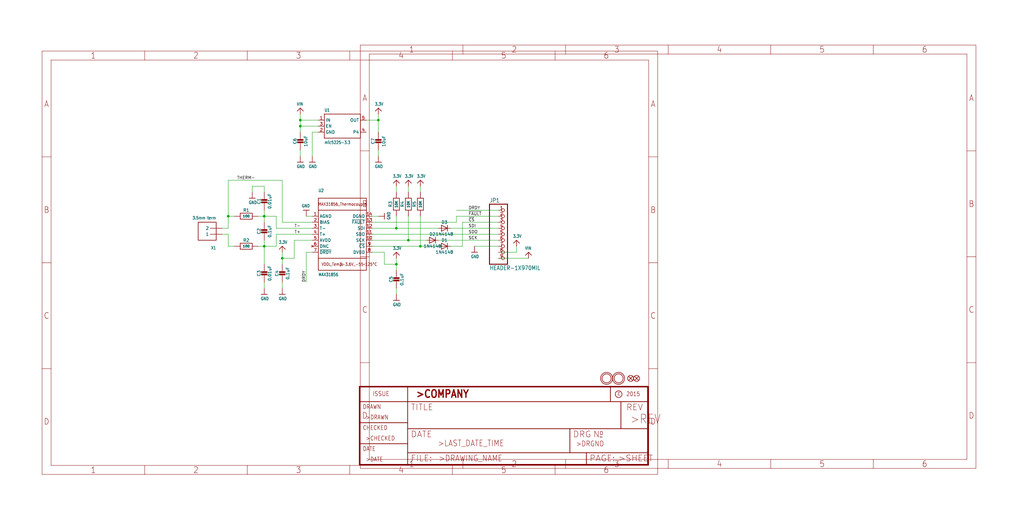
<source format=kicad_sch>
(kicad_sch (version 20211123) (generator eeschema)
  (paper "User" 433.07 220.421)
  (lib_symbols
    (symbol "schematicEagle-eagle-import:3.3V" (power)
      (property "Value" "3.3V" (at -1.524 1.016 0))
      (symbol "3.3V_1_0"
        (polyline (pts (xy -1.27 -1.27) (xy 0 0)) (stroke (width 0.254)))
        (polyline (pts (xy 0 0) (xy 1.27 -1.27)) (stroke (width 0.254)))
        (pin power_in line (at 0 -2.54 90) (length 2.54) (name "3.3V") (number "1"))
      )
    )
    (symbol "schematicEagle-eagle-import:CAP_CERAMIC0805-NOOUTLINE"
      (property "Reference" "C" (at -2.29 1.25 90))
      (property "Value" "CAP_CERAMIC0805-NOOUTLINE" (at 2.3 1.25 90))
      (symbol "CAP_CERAMIC0805-NOOUTLINE_1_0"
        (rectangle (start -1.27 0.508) (end 1.27 1.016) (fill (type outline)))
        (rectangle (start -1.27 1.524) (end 1.27 2.032) (fill (type outline)))
        (polyline (pts (xy 0 0.762) (xy 0 0)) (stroke (width 0.1524)))
        (polyline (pts (xy 0 2.54) (xy 0 1.778)) (stroke (width 0.1524)))
        (pin passive line (at 0 5.08 270) (length 2.54) (name "1") (number "1"))
        (pin passive line (at 0 -2.54 90) (length 2.54) (name "2") (number "2"))
      )
    )
    (symbol "schematicEagle-eagle-import:CAP_CERAMIC0805_10MGAP"
      (property "Reference" "C" (at -2.29 1.25 90))
      (property "Value" "CAP_CERAMIC0805_10MGAP" (at 2.3 1.25 90))
      (symbol "CAP_CERAMIC0805_10MGAP_1_0"
        (rectangle (start -1.27 0.508) (end 1.27 1.016) (fill (type outline)))
        (rectangle (start -1.27 1.524) (end 1.27 2.032) (fill (type outline)))
        (polyline (pts (xy 0 0.762) (xy 0 0)) (stroke (width 0.1524)))
        (polyline (pts (xy 0 2.54) (xy 0 1.778)) (stroke (width 0.1524)))
        (pin passive line (at 0 5.08 270) (length 2.54) (name "1") (number "1"))
        (pin passive line (at 0 -2.54 90) (length 2.54) (name "2") (number "2"))
      )
    )
    (symbol "schematicEagle-eagle-import:DIODESOD-323"
      (property "Reference" "D" (at 0 2.54 0))
      (property "Value" "DIODESOD-323" (at 0 -2.5 0))
      (symbol "DIODESOD-323_1_0"
        (polyline (pts (xy -1.27 -1.27) (xy 1.27 0)) (stroke (width 0.254)))
        (polyline (pts (xy -1.27 1.27) (xy -1.27 -1.27)) (stroke (width 0.254)))
        (polyline (pts (xy 1.27 0) (xy -1.27 1.27)) (stroke (width 0.254)))
        (polyline (pts (xy 1.27 0) (xy 1.27 -1.27)) (stroke (width 0.254)))
        (polyline (pts (xy 1.27 1.27) (xy 1.27 0)) (stroke (width 0.254)))
        (pin passive line (at -2.54 0 0) (length 2.54) (name "A") (number "A"))
        (pin passive line (at 2.54 0 180) (length 2.54) (name "C") (number "C"))
      )
    )
    (symbol "schematicEagle-eagle-import:FIDUCIAL{dblquote}{dblquote}"
      (symbol "FIDUCIAL{dblquote}{dblquote}_1_0"
        (polyline (pts (xy -0.762 0.762) (xy 0.762 -0.762)) (stroke (width 0.254)))
        (polyline (pts (xy 0.762 0.762) (xy -0.762 -0.762)) (stroke (width 0.254)))
        (circle (center 0 0) (radius 1.27) (stroke (width 0.254)))
      )
    )
    (symbol "schematicEagle-eagle-import:FRAME_A4"
      (symbol "FRAME_A4_0_0"
        (polyline (pts (xy 0 44.7675) (xy 3.81 44.7675)))
        (polyline (pts (xy 0 89.535) (xy 3.81 89.535)))
        (polyline (pts (xy 0 134.3025) (xy 3.81 134.3025)))
        (polyline (pts (xy 3.81 3.81) (xy 3.81 175.26)))
        (polyline (pts (xy 43.3917 0) (xy 43.3917 3.81)))
        (polyline (pts (xy 43.3917 175.26) (xy 43.3917 179.07)))
        (polyline (pts (xy 86.7833 0) (xy 86.7833 3.81)))
        (polyline (pts (xy 86.7833 175.26) (xy 86.7833 179.07)))
        (polyline (pts (xy 130.175 0) (xy 130.175 3.81)))
        (polyline (pts (xy 130.175 175.26) (xy 130.175 179.07)))
        (polyline (pts (xy 173.5667 0) (xy 173.5667 3.81)))
        (polyline (pts (xy 173.5667 175.26) (xy 173.5667 179.07)))
        (polyline (pts (xy 216.9583 0) (xy 216.9583 3.81)))
        (polyline (pts (xy 216.9583 175.26) (xy 216.9583 179.07)))
        (polyline (pts (xy 256.54 3.81) (xy 3.81 3.81)))
        (polyline (pts (xy 256.54 3.81) (xy 256.54 175.26)))
        (polyline (pts (xy 256.54 44.7675) (xy 260.35 44.7675)))
        (polyline (pts (xy 256.54 89.535) (xy 260.35 89.535)))
        (polyline (pts (xy 256.54 134.3025) (xy 260.35 134.3025)))
        (polyline (pts (xy 256.54 175.26) (xy 3.81 175.26)))
        (polyline (pts (xy 0 0) (xy 260.35 0) (xy 260.35 179.07) (xy 0 179.07) (xy 0 0)))
        (text "1" (at 21.6958 1.905 0) (effects (font (size 2.54 2.286))))
        (text "1" (at 21.6958 177.165 0) (effects (font (size 2.54 2.286))))
        (text "2" (at 65.0875 1.905 0) (effects (font (size 2.54 2.286))))
        (text "2" (at 65.0875 177.165 0) (effects (font (size 2.54 2.286))))
        (text "3" (at 108.4792 1.905 0) (effects (font (size 2.54 2.286))))
        (text "3" (at 108.4792 177.165 0) (effects (font (size 2.54 2.286))))
        (text "4" (at 151.8708 1.905 0) (effects (font (size 2.54 2.286))))
        (text "4" (at 151.8708 177.165 0) (effects (font (size 2.54 2.286))))
        (text "5" (at 195.2625 1.905 0) (effects (font (size 2.54 2.286))))
        (text "5" (at 195.2625 177.165 0) (effects (font (size 2.54 2.286))))
        (text "6" (at 238.6542 1.905 0) (effects (font (size 2.54 2.286))))
        (text "6" (at 238.6542 177.165 0) (effects (font (size 2.54 2.286))))
        (text "A" (at 1.905 156.6863 0) (effects (font (size 2.54 2.286))))
        (text "A" (at 258.445 156.6863 0) (effects (font (size 2.54 2.286))))
        (text "B" (at 1.905 111.9188 0) (effects (font (size 2.54 2.286))))
        (text "B" (at 258.445 111.9188 0) (effects (font (size 2.54 2.286))))
        (text "C" (at 1.905 67.1513 0) (effects (font (size 2.54 2.286))))
        (text "C" (at 258.445 67.1513 0) (effects (font (size 2.54 2.286))))
        (text "D" (at 1.905 22.3838 0) (effects (font (size 2.54 2.286))))
        (text "D" (at 258.445 22.3838 0) (effects (font (size 2.54 2.286))))
      )
      (symbol "FRAME_A4_1_0"
        (polyline (pts (xy 256.54 3.81) (xy 256.54 8.89)) (stroke (width 0.1016)))
        (polyline (pts (xy 256.54 8.89) (xy 256.54 13.97)) (stroke (width 0.1016)))
        (polyline (pts (xy 256.54 13.97) (xy 256.54 19.05)) (stroke (width 0.1016)))
        (polyline (pts (xy 256.54 19.05) (xy 256.54 36.83)) (stroke (width 0.1016)))
      )
      (symbol "FRAME_A4_2_0"
        (polyline (pts (xy -0.3048 1.5748) (xy 20.0152 1.5748)) (stroke (width 0.6096)))
        (polyline (pts (xy -0.3048 10.4648) (xy -0.3048 1.5748)) (stroke (width 0.6096)))
        (polyline (pts (xy -0.3048 10.4648) (xy 20.0152 10.4648)) (stroke (width 0.3048)))
        (polyline (pts (xy -0.3048 19.3548) (xy -0.3048 10.4648)) (stroke (width 0.6096)))
        (polyline (pts (xy -0.3048 19.3548) (xy 20.0152 19.3548)) (stroke (width 0.3048)))
        (polyline (pts (xy -0.3048 28.2448) (xy -0.3048 19.3548)) (stroke (width 0.6096)))
        (polyline (pts (xy -0.3048 28.2448) (xy 20.0152 28.2448)) (stroke (width 0.3048)))
        (polyline (pts (xy -0.3048 34.5948) (xy -0.3048 28.2448)) (stroke (width 0.6096)))
        (polyline (pts (xy 20.0152 1.5748) (xy 20.0152 6.6548)) (stroke (width 0.3048)))
        (polyline (pts (xy 20.0152 1.5748) (xy 95.5802 1.5748)) (stroke (width 0.6096)))
        (polyline (pts (xy 20.0152 6.6548) (xy 20.0152 10.4648)) (stroke (width 0.3048)))
        (polyline (pts (xy 20.0152 6.6548) (xy 88.5952 6.6548)) (stroke (width 0.3048)))
        (polyline (pts (xy 20.0152 10.4648) (xy 20.0152 16.8148)) (stroke (width 0.3048)))
        (polyline (pts (xy 20.0152 16.8148) (xy 20.0152 19.3548)) (stroke (width 0.3048)))
        (polyline (pts (xy 20.0152 19.3548) (xy 20.0152 28.2448)) (stroke (width 0.3048)))
        (polyline (pts (xy 20.0152 28.2448) (xy 20.0152 34.5948)) (stroke (width 0.3048)))
        (polyline (pts (xy 20.0152 28.2448) (xy 105.7402 28.2448)) (stroke (width 0.3048)))
        (polyline (pts (xy 20.0152 34.5948) (xy -0.3048 34.5948)) (stroke (width 0.6096)))
        (polyline (pts (xy 88.5952 6.6548) (xy 95.5802 6.6548)) (stroke (width 0.3048)))
        (polyline (pts (xy 88.5952 16.8148) (xy 20.0152 16.8148)) (stroke (width 0.3048)))
        (polyline (pts (xy 88.5952 16.8148) (xy 88.5952 6.6548)) (stroke (width 0.3048)))
        (polyline (pts (xy 95.5802 1.5748) (xy 121.6152 1.5748)) (stroke (width 0.6096)))
        (polyline (pts (xy 95.5802 6.6548) (xy 95.5802 1.5748)) (stroke (width 0.3048)))
        (polyline (pts (xy 95.5802 6.6548) (xy 121.6152 6.6548)) (stroke (width 0.3048)))
        (polyline (pts (xy 101.2952 13.3223) (xy 102.2477 13.3223)) (stroke (width 0.254)))
        (polyline (pts (xy 105.7402 28.2448) (xy 105.7402 34.5948)) (stroke (width 0.3048)))
        (polyline (pts (xy 105.7402 28.2448) (xy 110.1852 28.2448)) (stroke (width 0.3048)))
        (polyline (pts (xy 105.7402 34.5948) (xy 20.0152 34.5948)) (stroke (width 0.6096)))
        (polyline (pts (xy 110.1852 16.8148) (xy 88.5952 16.8148)) (stroke (width 0.3048)))
        (polyline (pts (xy 110.1852 28.2448) (xy 110.1852 16.8148)) (stroke (width 0.3048)))
        (polyline (pts (xy 110.1852 28.2448) (xy 121.6152 28.2448)) (stroke (width 0.3048)))
        (polyline (pts (xy 121.6152 6.6548) (xy 121.6152 1.5748)) (stroke (width 0.6096)))
        (polyline (pts (xy 121.6152 16.8148) (xy 110.1852 16.8148)) (stroke (width 0.3048)))
        (polyline (pts (xy 121.6152 16.8148) (xy 121.6152 6.6548)) (stroke (width 0.6096)))
        (polyline (pts (xy 121.6152 28.2448) (xy 121.6152 16.8148)) (stroke (width 0.6096)))
        (polyline (pts (xy 121.6152 34.5948) (xy 105.7402 34.5948)) (stroke (width 0.6096)))
        (polyline (pts (xy 121.6152 34.5948) (xy 121.6152 28.2448)) (stroke (width 0.6096)))
        (circle (center 109.2327 31.4198) (radius 1.4199) (stroke (width 0.254)))
        (text "2015" (at 112.4077 30.4673 0) (effects (font (size 1.778 1.5113)) (justify left bottom)))
        (text ">CHECKED" (at 2.2352 11.7348 0) (effects (font (size 1.778 1.5113)) (justify left bottom)))
        (text ">COMPANY" (at 23.349 29.6735 0) (effects (font (size 3.175 2.6987) (thickness 0.5397) bold) (justify left bottom)))
        (text ">DATE" (at 2.2352 2.8448 0) (effects (font (size 1.778 1.5113)) (justify left bottom)))
        (text ">DRAWING_NAME" (at 33.0327 2.8448 0) (effects (font (size 2.54 2.159)) (justify left bottom)))
        (text ">DRAWN" (at 2.2352 20.6248 0) (effects (font (size 1.778 1.5113)) (justify left bottom)))
        (text ">DRGNO" (at 91.1352 9.1948 0) (effects (font (size 2.1844 1.8567)) (justify left bottom)))
        (text ">LAST_DATE_TIME" (at 32.7152 9.1948 0) (effects (font (size 2.54 2.159)) (justify left bottom)))
        (text ">REV" (at 113.9952 18.7198 0) (effects (font (size 3.81 3.2385)) (justify left bottom)))
        (text ">SHEET" (at 108.9152 2.8448 0) (effects (font (size 2.54 2.54)) (justify left bottom)))
        (text "C" (at 108.7564 30.7848 0) (effects (font (size 1.27 1.0795)) (justify left bottom)))
        (text "CHECKED" (at 0.9652 16.1798 0) (effects (font (size 1.778 1.5113)) (justify left bottom)))
        (text "DATE" (at 0.9652 7.2898 0) (effects (font (size 1.778 1.5113)) (justify left bottom)))
        (text "DATE" (at 21.2852 13.0048 0) (effects (font (size 2.54 2.54)) (justify left bottom)))
        (text "DRAWN" (at 0.9652 25.0698 0) (effects (font (size 1.778 1.5113)) (justify left bottom)))
        (text "DRG" (at 89.8652 13.0048 0) (effects (font (size 2.54 2.54)) (justify left bottom)))
        (text "FILE:" (at 21.2852 2.8448 0) (effects (font (size 2.54 2.54)) (justify left bottom)))
        (text "ISSUE" (at 5.0927 30.4673 0) (effects (font (size 1.9304 1.6408)) (justify left bottom)))
        (text "N" (at 98.4377 13.0048 0) (effects (font (size 2.54 2.54)) (justify left bottom)))
        (text "o" (at 100.9777 13.9573 0) (effects (font (size 2.1844 1.8567)) (justify left bottom)))
        (text "PAGE:" (at 96.8502 2.8448 0) (effects (font (size 2.54 2.54)) (justify left bottom)))
        (text "REV" (at 112.4077 24.4348 0) (effects (font (size 2.54 2.54)) (justify left bottom)))
        (text "TITLE" (at 21.2852 24.4348 0) (effects (font (size 2.54 2.54)) (justify left bottom)))
      )
    )
    (symbol "schematicEagle-eagle-import:GND" (power)
      (property "Value" "GND" (at -1.524 -2.54 0))
      (symbol "GND_1_0"
        (polyline (pts (xy -1.27 0) (xy 1.27 0)) (stroke (width 0.254)))
        (pin power_in line (at 0 2.54 270) (length 2.54) (name "GND") (number "1"))
      )
    )
    (symbol "schematicEagle-eagle-import:HEADER-1X970MIL"
      (property "Reference" "JP" (at -6.35 13.335 0))
      (property "Value" "HEADER-1X970MIL" (at -6.35 -15.24 0))
      (symbol "HEADER-1X970MIL_1_0"
        (polyline (pts (xy -6.35 -12.7) (xy 1.27 -12.7)) (stroke (width 0.4064)))
        (polyline (pts (xy -6.35 12.7) (xy -6.35 -12.7)) (stroke (width 0.4064)))
        (polyline (pts (xy 1.27 -12.7) (xy 1.27 12.7)) (stroke (width 0.4064)))
        (polyline (pts (xy 1.27 12.7) (xy -6.35 12.7)) (stroke (width 0.4064)))
        (pin passive inverted (at -2.54 10.16 0) (length 2.54) (name "1") (number "1"))
        (pin passive inverted (at -2.54 7.62 0) (length 2.54) (name "2") (number "2"))
        (pin passive inverted (at -2.54 5.08 0) (length 2.54) (name "3") (number "3"))
        (pin passive inverted (at -2.54 2.54 0) (length 2.54) (name "4") (number "4"))
        (pin passive inverted (at -2.54 0 0) (length 2.54) (name "5") (number "5"))
        (pin passive inverted (at -2.54 -2.54 0) (length 2.54) (name "6") (number "6"))
        (pin passive inverted (at -2.54 -5.08 0) (length 2.54) (name "7") (number "7"))
        (pin passive inverted (at -2.54 -7.62 0) (length 2.54) (name "8") (number "8"))
        (pin passive inverted (at -2.54 -10.16 0) (length 2.54) (name "9") (number "9"))
      )
    )
    (symbol "schematicEagle-eagle-import:MAX31856"
      (property "Value" "MAX31856" (at -10.16 -17.78 0))
      (symbol "MAX31856_1_0"
        (polyline (pts (xy -10.16 -15.24) (xy 10.16 -15.24)) (stroke (width 0.254)))
        (polyline (pts (xy -10.16 -10.16) (xy -10.16 -15.24)) (stroke (width 0.254)))
        (polyline (pts (xy -10.16 -10.16) (xy -10.16 10.16)) (stroke (width 0.254)))
        (polyline (pts (xy -10.16 10.16) (xy -10.16 15.24)) (stroke (width 0.254)))
        (polyline (pts (xy -10.16 10.16) (xy 10.16 10.16)) (stroke (width 0.254)))
        (polyline (pts (xy -10.16 15.24) (xy 10.16 15.24)) (stroke (width 0.254)))
        (polyline (pts (xy 10.16 -15.24) (xy 10.16 -10.16)) (stroke (width 0.254)))
        (polyline (pts (xy 10.16 -10.16) (xy -10.16 -10.16)) (stroke (width 0.254)))
        (polyline (pts (xy 10.16 10.16) (xy 10.16 -10.16)) (stroke (width 0.254)))
        (polyline (pts (xy 10.16 15.24) (xy 10.16 10.16)) (stroke (width 0.254)))
        (text "3-3.6V_-55~125°C" (at -1.27 -12.7 0) (effects (font (size 1.27 1.0795)) (justify left)))
        (text "MAX31856_Thermocouple" (at 0 12.7 0) (effects (font (size 1.27 1.0795))))
        (text "VDD:_Temp:" (at -8.89 -12.7 0) (effects (font (size 1.27 1.0795)) (justify left)))
        (pin power_in line (at -12.7 7.62 0) (length 2.54) (name "AGND") (number "1"))
        (pin input line (at 12.7 -2.54 180) (length 2.54) (name "SCK") (number "10"))
        (pin output line (at 12.7 0 180) (length 2.54) (name "SDO") (number "11"))
        (pin input line (at 12.7 2.54 180) (length 2.54) (name "SDI") (number "12"))
        (pin output line (at 12.7 5.08 180) (length 2.54) (name "~{FAULT}") (number "13"))
        (pin power_in line (at 12.7 7.62 180) (length 2.54) (name "DGND") (number "14"))
        (pin power_in line (at -12.7 5.08 0) (length 2.54) (name "BIAS") (number "2"))
        (pin input line (at -12.7 2.54 0) (length 2.54) (name "T-") (number "3"))
        (pin input line (at -12.7 0 0) (length 2.54) (name "T+") (number "4"))
        (pin power_in line (at -12.7 -2.54 0) (length 2.54) (name "AVDD") (number "5"))
        (pin no_connect line (at -12.7 -5.08 0) (length 2.54) (name "DNC") (number "6"))
        (pin output line (at -12.7 -7.62 0) (length 2.54) (name "~{DRDY}") (number "7"))
        (pin power_in line (at 12.7 -7.62 180) (length 2.54) (name "DVDD") (number "8"))
        (pin input line (at 12.7 -5.08 180) (length 2.54) (name "~{CS}") (number "9"))
      )
    )
    (symbol "schematicEagle-eagle-import:MOUNTINGHOLE2.5"
      (symbol "MOUNTINGHOLE2.5_1_0"
        (circle (center 0 0) (radius 1.905) (stroke (width 0.254)))
        (circle (center 0 0) (radius 2.54) (stroke (width 0.254)))
      )
    )
    (symbol "schematicEagle-eagle-import:RESISTOR0805_NOOUTLINE"
      (property "Reference" "R" (at 0 2.54 0))
      (property "Value" "RESISTOR0805_NOOUTLINE" (at 0 0 0))
      (symbol "RESISTOR0805_NOOUTLINE_1_0"
        (polyline (pts (xy -2.54 -1.27) (xy -2.54 1.27)) (stroke (width 0.254)))
        (polyline (pts (xy -2.54 1.27) (xy 2.54 1.27)) (stroke (width 0.254)))
        (polyline (pts (xy 2.54 -1.27) (xy -2.54 -1.27)) (stroke (width 0.254)))
        (polyline (pts (xy 2.54 1.27) (xy 2.54 -1.27)) (stroke (width 0.254)))
        (pin passive line (at -5.08 0 0) (length 2.54) (name "1") (number "1"))
        (pin passive line (at 5.08 0 180) (length 2.54) (name "2") (number "2"))
      )
    )
    (symbol "schematicEagle-eagle-import:TERMBLOCK_1X2"
      (property "Reference" "X" (at -2.54 7.62 0))
      (property "Value" "TERMBLOCK_1X2" (at -2.54 -5.08 0))
      (symbol "TERMBLOCK_1X2_1_0"
        (polyline (pts (xy -2.54 -2.54) (xy 5.08 -2.54)) (stroke (width 0.254)))
        (polyline (pts (xy -2.54 5.08) (xy -2.54 -2.54)) (stroke (width 0.254)))
        (polyline (pts (xy 5.08 -2.54) (xy 5.08 5.08)) (stroke (width 0.254)))
        (polyline (pts (xy 5.08 5.08) (xy -2.54 5.08)) (stroke (width 0.254)))
        (pin passive line (at -5.08 2.54 0) (length 5.08) (name "1") (number "1"))
        (pin passive line (at -5.08 0 0) (length 5.08) (name "2") (number "2"))
      )
    )
    (symbol "schematicEagle-eagle-import:VIN" (power)
      (property "Value" "VIN" (at -1.524 1.016 0))
      (symbol "VIN_1_0"
        (polyline (pts (xy -1.27 -1.27) (xy 0 0)) (stroke (width 0.254)))
        (polyline (pts (xy 0 0) (xy 1.27 -1.27)) (stroke (width 0.254)))
        (pin power_in line (at 0 -2.54 90) (length 2.54) (name "VIN") (number "1"))
      )
    )
    (symbol "schematicEagle-eagle-import:VREG_SOT23-5"
      (property "Reference" "U" (at -7.62 6.096 0))
      (property "Value" "VREG_SOT23-5" (at -7.62 -7.62 0))
      (symbol "VREG_SOT23-5_1_0"
        (polyline (pts (xy -7.62 -5.08) (xy -7.62 5.08)) (stroke (width 0.254)))
        (polyline (pts (xy -7.62 5.08) (xy 7.62 5.08)) (stroke (width 0.254)))
        (polyline (pts (xy 7.62 -5.08) (xy -7.62 -5.08)) (stroke (width 0.254)))
        (polyline (pts (xy 7.62 5.08) (xy 7.62 -5.08)) (stroke (width 0.254)))
        (pin power_in line (at -10.16 2.54 0) (length 2.54) (name "IN") (number "1"))
        (pin power_in line (at -10.16 -2.54 0) (length 2.54) (name "GND") (number "2"))
        (pin input line (at -10.16 0 0) (length 2.54) (name "EN") (number "3"))
        (pin bidirectional line (at 10.16 -2.54 180) (length 2.54) (name "P4") (number "4"))
        (pin power_in line (at 10.16 2.54 180) (length 2.54) (name "OUT") (number "5"))
      )
    )
  )
  (junction (at 172.72 101.6))
  (junction (at 167.64 111.76))
  (junction (at 160.02 50.8))
  (junction (at 167.64 96.52))
  (junction (at 111.76 91.44))
  (junction (at 127 53.34))
  (junction (at 127 50.8))
  (junction (at 111.76 104.14))
  (junction (at 177.8 104.14))
  (junction (at 96.52 91.44))
  (junction (at 119.38 109.22))
  (wire (pts (xy 132.08 55.88) (xy 132.08 66.04)))
  (wire (pts (xy 111.76 119.38) (xy 111.76 121.92)))
  (wire (pts (xy 111.76 104.14) (xy 111.76 101.6)))
  (wire (pts (xy 190.5 104.14) (xy 195.58 104.14)))
  (wire (pts (xy 177.8 81.28) (xy 177.8 78.74)))
  (wire (pts (xy 195.58 93.98) (xy 210.82 93.98)))
  (wire (pts (xy 195.58 104.14) (xy 195.58 93.98)))
  (wire (pts (xy 210.82 109.22) (xy 223.52 109.22)))
  (wire (pts (xy 157.48 106.68) (xy 162.56 106.68)))
  (wire (pts (xy 116.84 99.06) (xy 132.08 99.06)))
  (wire (pts (xy 157.48 104.14) (xy 177.8 104.14)))
  (wire (pts (xy 172.72 81.28) (xy 172.72 78.74)))
  (wire (pts (xy 210.82 106.68) (xy 218.44 106.68)))
  (wire (pts (xy 162.56 106.68) (xy 162.56 111.76)))
  (wire (pts (xy 93.98 96.52) (xy 96.52 96.52)))
  (wire (pts (xy 124.46 101.6) (xy 124.46 109.22)))
  (wire (pts (xy 172.72 101.6) (xy 180.34 101.6)))
  (wire (pts (xy 109.22 104.14) (xy 111.76 104.14)))
  (wire (pts (xy 132.08 96.52) (xy 116.84 96.52)))
  (wire (pts (xy 177.8 104.14) (xy 185.42 104.14)))
  (wire (pts (xy 157.48 93.98) (xy 193.04 93.98)))
  (wire (pts (xy 162.56 111.76) (xy 167.64 111.76)))
  (wire (pts (xy 167.64 96.52) (xy 185.42 96.52)))
  (wire (pts (xy 134.62 55.88) (xy 132.08 55.88)))
  (wire (pts (xy 119.38 93.98) (xy 119.38 76.2)))
  (wire (pts (xy 154.94 50.8) (xy 160.02 50.8)))
  (wire (pts (xy 132.08 101.6) (xy 124.46 101.6)))
  (wire (pts (xy 116.84 104.14) (xy 116.84 99.06)))
  (wire (pts (xy 218.44 106.68) (xy 218.44 104.14)))
  (wire (pts (xy 129.54 106.68) (xy 129.54 119.38)))
  (wire (pts (xy 127 53.34) (xy 127 55.88)))
  (wire (pts (xy 127 50.8) (xy 127 48.26)))
  (wire (pts (xy 160.02 63.5) (xy 160.02 66.04)))
  (wire (pts (xy 193.04 93.98) (xy 193.04 91.44)))
  (wire (pts (xy 116.84 96.52) (xy 116.84 91.44)))
  (wire (pts (xy 96.52 96.52) (xy 96.52 91.44)))
  (wire (pts (xy 106.68 78.74) (xy 111.76 78.74)))
  (wire (pts (xy 111.76 78.74) (xy 111.76 81.28)))
  (wire (pts (xy 157.48 96.52) (xy 167.64 96.52)))
  (wire (pts (xy 167.64 121.92) (xy 167.64 124.46)))
  (wire (pts (xy 167.64 96.52) (xy 167.64 91.44)))
  (wire (pts (xy 185.42 101.6) (xy 210.82 101.6)))
  (wire (pts (xy 119.38 109.22) (xy 119.38 111.76)))
  (wire (pts (xy 93.98 99.06) (xy 96.52 99.06)))
  (wire (pts (xy 111.76 104.14) (xy 111.76 111.76)))
  (wire (pts (xy 111.76 91.44) (xy 111.76 93.98)))
  (wire (pts (xy 119.38 109.22) (xy 119.38 106.68)))
  (wire (pts (xy 210.82 104.14) (xy 200.66 104.14)))
  (wire (pts (xy 119.38 119.38) (xy 119.38 121.92)))
  (wire (pts (xy 134.62 53.34) (xy 127 53.34)))
  (wire (pts (xy 119.38 76.2) (xy 96.52 76.2)))
  (wire (pts (xy 106.68 81.28) (xy 106.68 78.74)))
  (wire (pts (xy 210.82 88.9) (xy 193.04 88.9)))
  (wire (pts (xy 157.48 99.06) (xy 210.82 99.06)))
  (wire (pts (xy 111.76 91.44) (xy 111.76 88.9)))
  (wire (pts (xy 96.52 99.06) (xy 96.52 104.14)))
  (wire (pts (xy 96.52 91.44) (xy 99.06 91.44)))
  (wire (pts (xy 160.02 50.8) (xy 160.02 48.26)))
  (wire (pts (xy 116.84 91.44) (xy 111.76 91.44)))
  (wire (pts (xy 127 53.34) (xy 127 50.8)))
  (wire (pts (xy 132.08 106.68) (xy 129.54 106.68)))
  (wire (pts (xy 160.02 50.8) (xy 160.02 55.88)))
  (wire (pts (xy 172.72 91.44) (xy 172.72 101.6)))
  (wire (pts (xy 96.52 104.14) (xy 99.06 104.14)))
  (wire (pts (xy 132.08 93.98) (xy 119.38 93.98)))
  (wire (pts (xy 157.48 101.6) (xy 172.72 101.6)))
  (wire (pts (xy 124.46 109.22) (xy 119.38 109.22)))
  (wire (pts (xy 193.04 91.44) (xy 210.82 91.44)))
  (wire (pts (xy 134.62 50.8) (xy 127 50.8)))
  (wire (pts (xy 157.48 91.44) (xy 160.02 91.44)))
  (wire (pts (xy 96.52 76.2) (xy 96.52 91.44)))
  (wire (pts (xy 167.64 114.3) (xy 167.64 111.76)))
  (wire (pts (xy 132.08 91.44) (xy 129.54 91.44)))
  (wire (pts (xy 109.22 91.44) (xy 111.76 91.44)))
  (wire (pts (xy 111.76 104.14) (xy 116.84 104.14)))
  (wire (pts (xy 177.8 91.44) (xy 177.8 104.14)))
  (wire (pts (xy 167.64 111.76) (xy 167.64 109.22)))
  (wire (pts (xy 167.64 81.28) (xy 167.64 78.74)))
  (wire (pts (xy 127 63.5) (xy 127 66.04)))
  (wire (pts (xy 190.5 96.52) (xy 210.82 96.52)))
  (label "THERM-" (at 107.95 76.2 180) (effects (font (size 1.2446 1.2446))))
  (label "~{CS}" (at 198.12 93.98 0) (effects (font (size 1.2446 1.2446))))
  (label "~{FAULT}" (at 198.12 91.44 0) (effects (font (size 1.2446 1.2446))))
  (label "DRDY" (at 129.54 119.38 90) (effects (font (size 1.2446 1.2446))))
  (label "SCK" (at 198.12 101.6 0) (effects (font (size 1.2446 1.2446))))
  (label "SDO" (at 198.12 99.06 0) (effects (font (size 1.2446 1.2446))))
  (label "SDI" (at 198.12 96.52 0) (effects (font (size 1.2446 1.2446))))
  (label "DRDY" (at 198.12 88.9 0) (effects (font (size 1.2446 1.2446))))
  (label "T-" (at 124.46 96.52 0) (effects (font (size 1.2446 1.2446))))
  (label "T+" (at 124.46 99.06 0) (effects (font (size 1.2446 1.2446))))
  (symbol (lib_id "schematicEagle-eagle-import:RESISTOR0805_NOOUTLINE") (at 177.8 86.36 90) (unit 1)
    (property "Reference" "R5" (at 175.26 86.36 0))
    (property "Value" "10K" (at 177.8 86.36 0) (effects (font (size 1.016 1.016) bold)))
    (property "Footprint" "schematicEagle:0805-NO" (effects hide))
  )
  (symbol (lib_id "schematicEagle-eagle-import:RESISTOR0805_NOOUTLINE") (at 104.14 91.44 0) (unit 1)
    (property "Reference" "R1" (at 104.14 88.9 0))
    (property "Value" "100" (at 104.14 91.44 0) (effects (font (size 1.016 1.016) bold)))
    (property "Footprint" "schematicEagle:0805-NO" (effects hide))
  )
  (symbol (lib_id "schematicEagle-eagle-import:3.3V") (at 172.72 76.2 0) (unit 1)
    (property "Reference" "#U$11" (effects hide))
    (property "Value" "3.3V" (at 171.196 75.184 0) (effects (font (size 1.27 1.0795)) (justify left bottom)))
    (property "Footprint" "schematicEagle:" (effects hide))
  )
  (symbol (lib_id "schematicEagle-eagle-import:CAP_CERAMIC0805-NOOUTLINE") (at 127 60.96 0) (unit 1)
    (property "Reference" "C6" (at 124.71 59.71 90))
    (property "Value" "10uF" (at 129.3 59.71 90))
    (property "Footprint" "schematicEagle:0805-NO" (effects hide))
  )
  (symbol (lib_id "schematicEagle-eagle-import:3.3V") (at 177.8 76.2 0) (unit 1)
    (property "Reference" "#U$12" (effects hide))
    (property "Value" "3.3V" (at 176.276 75.184 0) (effects (font (size 1.27 1.0795)) (justify left bottom)))
    (property "Footprint" "schematicEagle:" (effects hide))
  )
  (symbol (lib_id "schematicEagle-eagle-import:FRAME_A4") (at 152.4 198.12 0) (unit 2)
    (property "Reference" "#FRAME1" (effects hide))
    (property "Value" "FRAME_A4" (effects hide))
    (property "Footprint" "schematicEagle:" (effects hide))
  )
  (symbol (lib_id "schematicEagle-eagle-import:VREG_SOT23-5") (at 144.78 53.34 0) (unit 1)
    (property "Reference" "U1" (at 137.16 47.244 0) (effects (font (size 1.27 1.0795)) (justify left bottom)))
    (property "Value" "mic5225-3.3" (at 137.16 60.96 0) (effects (font (size 1.27 1.0795)) (justify left bottom)))
    (property "Footprint" "schematicEagle:SOT23-5" (effects hide))
  )
  (symbol (lib_id "schematicEagle-eagle-import:GND") (at 111.76 124.46 0) (unit 1)
    (property "Reference" "#U$3" (effects hide))
    (property "Value" "GND" (at 110.236 127 0) (effects (font (size 1.27 1.0795)) (justify left bottom)))
    (property "Footprint" "schematicEagle:" (effects hide))
  )
  (symbol (lib_id "schematicEagle-eagle-import:CAP_CERAMIC0805-NOOUTLINE") (at 160.02 60.96 0) (unit 1)
    (property "Reference" "C7" (at 157.73 59.71 90))
    (property "Value" "10uF" (at 162.32 59.71 90))
    (property "Footprint" "schematicEagle:0805-NO" (effects hide))
  )
  (symbol (lib_id "schematicEagle-eagle-import:GND") (at 119.38 124.46 0) (unit 1)
    (property "Reference" "#U$5" (effects hide))
    (property "Value" "GND" (at 117.856 127 0) (effects (font (size 1.27 1.0795)) (justify left bottom)))
    (property "Footprint" "schematicEagle:" (effects hide))
  )
  (symbol (lib_id "schematicEagle-eagle-import:DIODESOD-323") (at 187.96 96.52 0) (unit 1)
    (property "Reference" "D3" (at 187.96 93.98 0))
    (property "Value" "1N4148" (at 187.96 99.02 0))
    (property "Footprint" "schematicEagle:SOD-323" (effects hide))
  )
  (symbol (lib_id "schematicEagle-eagle-import:GND") (at 167.64 127 0) (unit 1)
    (property "Reference" "#U$6" (effects hide))
    (property "Value" "GND" (at 166.116 129.54 0) (effects (font (size 1.27 1.0795)) (justify left bottom)))
    (property "Footprint" "schematicEagle:" (effects hide))
  )
  (symbol (lib_id "schematicEagle-eagle-import:CAP_CERAMIC0805-NOOUTLINE") (at 167.64 119.38 0) (unit 1)
    (property "Reference" "C5" (at 165.35 118.13 90))
    (property "Value" "0.1uF" (at 169.94 118.13 90))
    (property "Footprint" "schematicEagle:0805-NO" (effects hide))
  )
  (symbol (lib_id "schematicEagle-eagle-import:FIDUCIAL{dblquote}{dblquote}") (at 266.7 160.02 0) (unit 1)
    (property "Reference" "FID2" (effects hide))
    (property "Value" "FIDUCIAL{dblquote}{dblquote}" (effects hide))
    (property "Footprint" "schematicEagle:FIDUCIAL_1MM" (effects hide))
  )
  (symbol (lib_id "schematicEagle-eagle-import:3.3V") (at 160.02 45.72 0) (unit 1)
    (property "Reference" "#U$19" (effects hide))
    (property "Value" "3.3V" (at 158.496 44.704 0) (effects (font (size 1.27 1.0795)) (justify left bottom)))
    (property "Footprint" "schematicEagle:" (effects hide))
  )
  (symbol (lib_id "schematicEagle-eagle-import:GND") (at 127 68.58 0) (unit 1)
    (property "Reference" "#U$16" (effects hide))
    (property "Value" "GND" (at 125.476 71.12 0) (effects (font (size 1.27 1.0795)) (justify left bottom)))
    (property "Footprint" "schematicEagle:" (effects hide))
  )
  (symbol (lib_id "schematicEagle-eagle-import:FRAME_A4") (at 17.78 200.66 0) (unit 1)
    (property "Reference" "#FRAME1" (effects hide))
    (property "Value" "FRAME_A4" (effects hide))
    (property "Footprint" "schematicEagle:" (effects hide))
  )
  (symbol (lib_id "schematicEagle-eagle-import:3.3V") (at 167.64 76.2 0) (unit 1)
    (property "Reference" "#U$10" (effects hide))
    (property "Value" "3.3V" (at 166.116 75.184 0) (effects (font (size 1.27 1.0795)) (justify left bottom)))
    (property "Footprint" "schematicEagle:" (effects hide))
  )
  (symbol (lib_id "schematicEagle-eagle-import:HEADER-1X970MIL") (at 213.36 99.06 0) (unit 1)
    (property "Reference" "JP1" (at 207.01 85.725 0) (effects (font (size 1.778 1.5113)) (justify left bottom)))
    (property "Value" "HEADER-1X970MIL" (at 207.01 114.3 0) (effects (font (size 1.778 1.5113)) (justify left bottom)))
    (property "Footprint" "schematicEagle:1X09_ROUND_70" (effects hide))
  )
  (symbol (lib_id "schematicEagle-eagle-import:TERMBLOCK_1X2") (at 88.9 96.52 180) (unit 1)
    (property "Reference" "X1" (at 91.44 104.14 0) (effects (font (size 1.27 1.0795)) (justify left bottom)))
    (property "Value" "3.5mm term" (at 91.44 91.44 0) (effects (font (size 1.27 1.0795)) (justify left bottom)))
    (property "Footprint" "schematicEagle:TERMBLOCK_1X2-3.5MM" (effects hide))
  )
  (symbol (lib_id "schematicEagle-eagle-import:GND") (at 132.08 68.58 0) (unit 1)
    (property "Reference" "#U$18" (effects hide))
    (property "Value" "GND" (at 130.556 71.12 0) (effects (font (size 1.27 1.0795)) (justify left bottom)))
    (property "Footprint" "schematicEagle:" (effects hide))
  )
  (symbol (lib_id "schematicEagle-eagle-import:GND") (at 200.66 106.68 0) (unit 1)
    (property "Reference" "#U$20" (effects hide))
    (property "Value" "GND" (at 199.136 109.22 0) (effects (font (size 1.27 1.0795)) (justify left bottom)))
    (property "Footprint" "schematicEagle:" (effects hide))
  )
  (symbol (lib_id "schematicEagle-eagle-import:GND") (at 160.02 68.58 0) (unit 1)
    (property "Reference" "#U$17" (effects hide))
    (property "Value" "GND" (at 158.496 71.12 0) (effects (font (size 1.27 1.0795)) (justify left bottom)))
    (property "Footprint" "schematicEagle:" (effects hide))
  )
  (symbol (lib_id "schematicEagle-eagle-import:MOUNTINGHOLE2.5") (at 261.62 160.02 0) (unit 1)
    (property "Reference" "U$13" (effects hide))
    (property "Value" "MOUNTINGHOLE2.5" (effects hide))
    (property "Footprint" "schematicEagle:MOUNTINGHOLE_2.5_PLATED" (effects hide))
  )
  (symbol (lib_id "schematicEagle-eagle-import:RESISTOR0805_NOOUTLINE") (at 172.72 86.36 90) (unit 1)
    (property "Reference" "R4" (at 170.18 86.36 0))
    (property "Value" "10K" (at 172.72 86.36 0) (effects (font (size 1.016 1.016) bold)))
    (property "Footprint" "schematicEagle:0805-NO" (effects hide))
  )
  (symbol (lib_id "schematicEagle-eagle-import:RESISTOR0805_NOOUTLINE") (at 104.14 104.14 0) (unit 1)
    (property "Reference" "R2" (at 104.14 101.6 0))
    (property "Value" "100" (at 104.14 104.14 0) (effects (font (size 1.016 1.016) bold)))
    (property "Footprint" "schematicEagle:0805-NO" (effects hide))
  )
  (symbol (lib_id "schematicEagle-eagle-import:GND") (at 106.68 83.82 0) (unit 1)
    (property "Reference" "#U$2" (effects hide))
    (property "Value" "GND" (at 105.156 86.36 0) (effects (font (size 1.27 1.0795)) (justify left bottom)))
    (property "Footprint" "schematicEagle:" (effects hide))
  )
  (symbol (lib_id "schematicEagle-eagle-import:3.3V") (at 119.38 104.14 0) (unit 1)
    (property "Reference" "#U$4" (effects hide))
    (property "Value" "3.3V" (at 117.856 103.124 0) (effects (font (size 1.27 1.0795)) (justify left bottom)))
    (property "Footprint" "schematicEagle:" (effects hide))
  )
  (symbol (lib_id "schematicEagle-eagle-import:CAP_CERAMIC0805-NOOUTLINE") (at 111.76 99.06 0) (unit 1)
    (property "Reference" "C2" (at 109.47 97.81 90))
    (property "Value" "0.1uF" (at 114.06 97.81 90))
    (property "Footprint" "schematicEagle:0805-NO" (effects hide))
  )
  (symbol (lib_id "schematicEagle-eagle-import:DIODESOD-323") (at 187.96 104.14 0) (unit 1)
    (property "Reference" "D1" (at 187.96 101.6 0))
    (property "Value" "1N4148" (at 187.96 106.64 0))
    (property "Footprint" "schematicEagle:SOD-323" (effects hide))
  )
  (symbol (lib_id "schematicEagle-eagle-import:VIN") (at 127 45.72 0) (unit 1)
    (property "Reference" "#U$15" (effects hide))
    (property "Value" "VIN" (at 125.476 44.704 0) (effects (font (size 1.27 1.0795)) (justify left bottom)))
    (property "Footprint" "schematicEagle:" (effects hide))
  )
  (symbol (lib_id "schematicEagle-eagle-import:RESISTOR0805_NOOUTLINE") (at 167.64 86.36 90) (unit 1)
    (property "Reference" "R3" (at 165.1 86.36 0))
    (property "Value" "10K" (at 167.64 86.36 0) (effects (font (size 1.016 1.016) bold)))
    (property "Footprint" "schematicEagle:0805-NO" (effects hide))
  )
  (symbol (lib_id "schematicEagle-eagle-import:CAP_CERAMIC0805-NOOUTLINE") (at 119.38 116.84 0) (unit 1)
    (property "Reference" "C4" (at 117.09 115.59 90))
    (property "Value" "0.1uF" (at 121.68 115.59 90))
    (property "Footprint" "schematicEagle:0805-NO" (effects hide))
  )
  (symbol (lib_id "schematicEagle-eagle-import:GND") (at 129.54 88.9 180) (unit 1)
    (property "Reference" "#U$8" (effects hide))
    (property "Value" "GND" (at 131.064 86.36 0) (effects (font (size 1.27 1.0795)) (justify left bottom)))
    (property "Footprint" "schematicEagle:" (effects hide))
  )
  (symbol (lib_id "schematicEagle-eagle-import:GND") (at 162.56 91.44 90) (unit 1)
    (property "Reference" "#U$9" (effects hide))
    (property "Value" "GND" (at 165.1 92.964 0) (effects (font (size 1.27 1.0795)) (justify left bottom)))
    (property "Footprint" "schematicEagle:" (effects hide))
  )
  (symbol (lib_id "schematicEagle-eagle-import:VIN") (at 223.52 106.68 0) (unit 1)
    (property "Reference" "#U$22" (effects hide))
    (property "Value" "VIN" (at 221.996 105.664 0) (effects (font (size 1.27 1.0795)) (justify left bottom)))
    (property "Footprint" "schematicEagle:" (effects hide))
  )
  (symbol (lib_id "schematicEagle-eagle-import:MOUNTINGHOLE2.5") (at 256.54 160.02 0) (unit 1)
    (property "Reference" "U$14" (effects hide))
    (property "Value" "MOUNTINGHOLE2.5" (effects hide))
    (property "Footprint" "schematicEagle:MOUNTINGHOLE_2.5_PLATED" (effects hide))
  )
  (symbol (lib_id "schematicEagle-eagle-import:3.3V") (at 218.44 101.6 0) (unit 1)
    (property "Reference" "#U$21" (effects hide))
    (property "Value" "3.3V" (at 216.916 100.584 0) (effects (font (size 1.27 1.0795)) (justify left bottom)))
    (property "Footprint" "schematicEagle:" (effects hide))
  )
  (symbol (lib_id "schematicEagle-eagle-import:FIDUCIAL{dblquote}{dblquote}") (at 269.24 160.02 0) (unit 1)
    (property "Reference" "FID1" (effects hide))
    (property "Value" "FIDUCIAL{dblquote}{dblquote}" (effects hide))
    (property "Footprint" "schematicEagle:FIDUCIAL_1MM" (effects hide))
  )
  (symbol (lib_id "schematicEagle-eagle-import:DIODESOD-323") (at 182.88 101.6 0) (unit 1)
    (property "Reference" "D2" (at 182.88 99.06 0))
    (property "Value" "1N4148" (at 182.88 104.1 0))
    (property "Footprint" "schematicEagle:SOD-323" (effects hide))
  )
  (symbol (lib_id "schematicEagle-eagle-import:3.3V") (at 167.64 106.68 0) (unit 1)
    (property "Reference" "#U$7" (effects hide))
    (property "Value" "3.3V" (at 166.116 105.664 0) (effects (font (size 1.27 1.0795)) (justify left bottom)))
    (property "Footprint" "schematicEagle:" (effects hide))
  )
  (symbol (lib_id "schematicEagle-eagle-import:MAX31856") (at 144.78 99.06 0) (unit 1)
    (property "Reference" "U2" (at 134.62 81.28 0) (effects (font (size 1.27 1.0795)) (justify left bottom)))
    (property "Value" "MAX31856" (at 134.62 116.84 0) (effects (font (size 1.27 1.0795)) (justify left bottom)))
    (property "Footprint" "schematicEagle:TSSOP14" (effects hide))
  )
  (symbol (lib_id "schematicEagle-eagle-import:CAP_CERAMIC0805_10MGAP") (at 111.76 86.36 0) (unit 1)
    (property "Reference" "C1" (at 109.47 85.11 90))
    (property "Value" "0.01uF" (at 114.06 85.11 90))
    (property "Footprint" "schematicEagle:0805_10MGAP" (effects hide))
  )
  (symbol (lib_id "schematicEagle-eagle-import:CAP_CERAMIC0805-NOOUTLINE") (at 111.76 116.84 0) (unit 1)
    (property "Reference" "C3" (at 109.47 115.59 90))
    (property "Value" "0.01uF" (at 114.06 115.59 90))
    (property "Footprint" "schematicEagle:0805-NO" (effects hide))
  )
)
</source>
